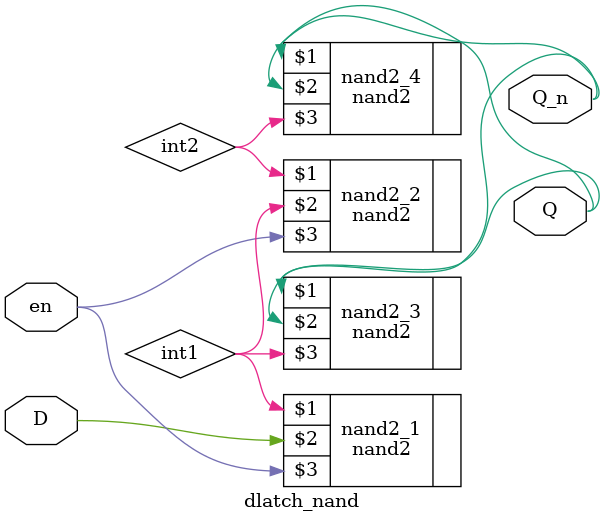
<source format=v>
`timescale 1ns / 1ps
module dlatch_nand(
    output Q,
    output Q_n,
    input D,
    input en
    );

	wire int1, int2, fin1, fin2;
	 
	nand2 nand2_1(int1, D, en);
	nand2 nand2_2(int2, int1, en);
	nand2 nand2_3(Q, Q_n, int1);
	nand2 nand2_4(Q_n, Q, int2);
	 
endmodule

</source>
